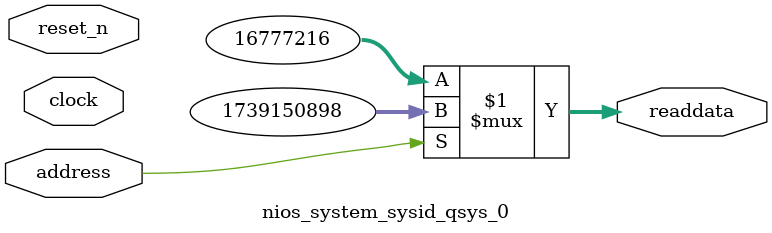
<source format=v>



// synthesis translate_off
`timescale 1ns / 1ps
// synthesis translate_on

// turn off superfluous verilog processor warnings 
// altera message_level Level1 
// altera message_off 10034 10035 10036 10037 10230 10240 10030 

module nios_system_sysid_qsys_0 (
               // inputs:
                address,
                clock,
                reset_n,

               // outputs:
                readdata
             )
;

  output  [ 31: 0] readdata;
  input            address;
  input            clock;
  input            reset_n;

  wire    [ 31: 0] readdata;
  //control_slave, which is an e_avalon_slave
  assign readdata = address ? 1739150898 : 16777216;

endmodule



</source>
